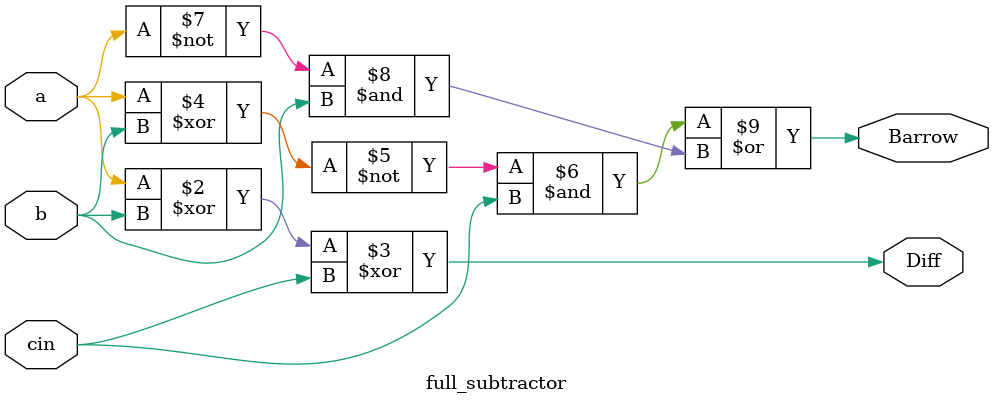
<source format=v>
`timescale 1ns / 1ps

module full_subtractor(
    input a,
    input b,
    input cin,
    output reg Diff,Barrow
    );
    always@(*)
    begin
 Diff=a^b^cin;
 Barrow=(~(a^b))&cin|~a&b;
end
endmodule
</source>
